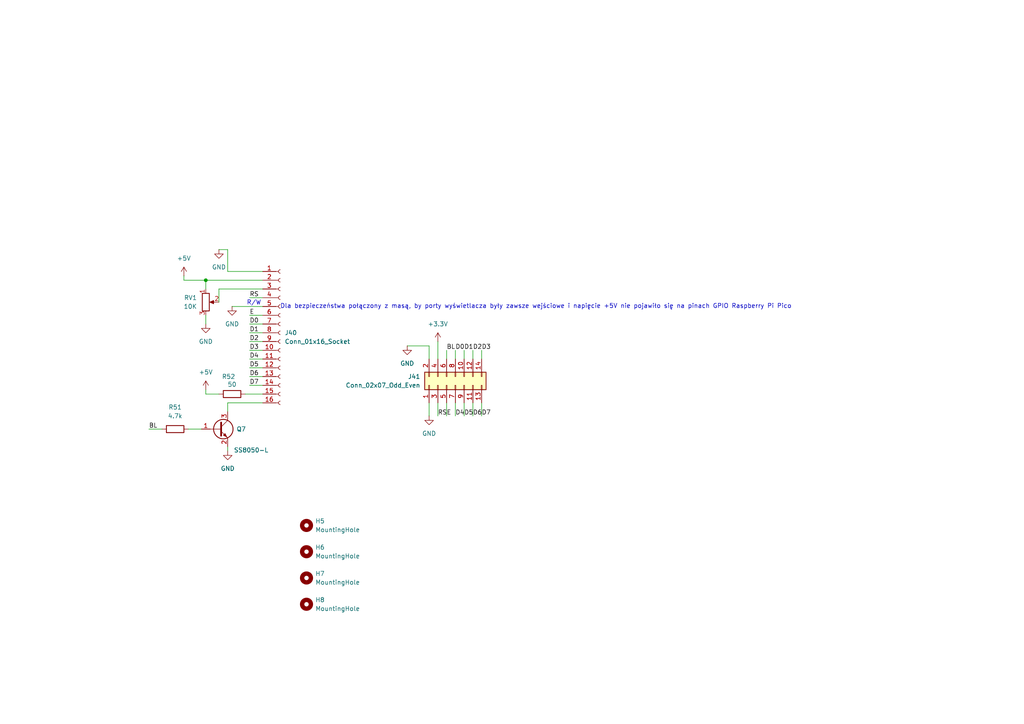
<source format=kicad_sch>
(kicad_sch (version 20250114) (generator "eeschema") (generator_version "9.0")
  (paper "A4")
  (lib_symbols
    (symbol "Connector:Conn_01x16_Socket" (pin_names (offset 1.016) (hide yes))
      (property "Reference" "J" (at 0 20.32 0))
      (property "Value" "Conn_01x16_Socket" (at 0 -22.86 0))
      (symbol "Conn_01x16_Socket_1_1"
        (polyline (pts (xy -1.27 17.78) (xy -0.508 17.78)) (stroke (width 0.1524)))
        (polyline (pts (xy -1.27 15.24) (xy -0.508 15.24)) (stroke (width 0.1524)))
        (polyline (pts (xy -1.27 12.7) (xy -0.508 12.7)) (stroke (width 0.1524)))
        (polyline (pts (xy -1.27 10.16) (xy -0.508 10.16)) (stroke (width 0.1524)))
        (polyline (pts (xy -1.27 7.62) (xy -0.508 7.62)) (stroke (width 0.1524)))
        (polyline (pts (xy -1.27 5.08) (xy -0.508 5.08)) (stroke (width 0.1524)))
        (polyline (pts (xy -1.27 2.54) (xy -0.508 2.54)) (stroke (width 0.1524)))
        (polyline (pts (xy -1.27 0) (xy -0.508 0)) (stroke (width 0.1524)))
        (polyline (pts (xy -1.27 -2.54) (xy -0.508 -2.54)) (stroke (width 0.1524)))
        (polyline (pts (xy -1.27 -5.08) (xy -0.508 -5.08)) (stroke (width 0.1524)))
        (polyline (pts (xy -1.27 -7.62) (xy -0.508 -7.62)) (stroke (width 0.1524)))
        (polyline (pts (xy -1.27 -10.16) (xy -0.508 -10.16)) (stroke (width 0.1524)))
        (polyline (pts (xy -1.27 -12.7) (xy -0.508 -12.7)) (stroke (width 0.1524)))
        (polyline (pts (xy -1.27 -15.24) (xy -0.508 -15.24)) (stroke (width 0.1524)))
        (polyline (pts (xy -1.27 -17.78) (xy -0.508 -17.78)) (stroke (width 0.1524)))
        (polyline (pts (xy -1.27 -20.32) (xy -0.508 -20.32)) (stroke (width 0.1524)))
        (arc (start 0 17.272) (mid -0.5058 17.78) (end 0 18.288) (stroke (width 0.1524)))
        (arc (start 0 14.732) (mid -0.5058 15.24) (end 0 15.748) (stroke (width 0.1524)))
        (arc (start 0 12.192) (mid -0.5058 12.7) (end 0 13.208) (stroke (width 0.1524)))
        (arc (start 0 9.652) (mid -0.5058 10.16) (end 0 10.668) (stroke (width 0.1524)))
        (arc (start 0 7.112) (mid -0.5058 7.62) (end 0 8.128) (stroke (width 0.1524)))
        (arc (start 0 4.572) (mid -0.5058 5.08) (end 0 5.588) (stroke (width 0.1524)))
        (arc (start 0 2.032) (mid -0.5058 2.54) (end 0 3.048) (stroke (width 0.1524)))
        (arc (start 0 -0.508) (mid -0.5058 0) (end 0 0.508) (stroke (width 0.1524)))
        (arc (start 0 -3.048) (mid -0.5058 -2.54) (end 0 -2.032) (stroke (width 0.1524)))
        (arc (start 0 -5.588) (mid -0.5058 -5.08) (end 0 -4.572) (stroke (width 0.1524)))
        (arc (start 0 -8.128) (mid -0.5058 -7.62) (end 0 -7.112) (stroke (width 0.1524)))
        (arc (start 0 -10.668) (mid -0.5058 -10.16) (end 0 -9.652) (stroke (width 0.1524)))
        (arc (start 0 -13.208) (mid -0.5058 -12.7) (end 0 -12.192) (stroke (width 0.1524)))
        (arc (start 0 -15.748) (mid -0.5058 -15.24) (end 0 -14.732) (stroke (width 0.1524)))
        (arc (start 0 -18.288) (mid -0.5058 -17.78) (end 0 -17.272) (stroke (width 0.1524)))
        (arc (start 0 -20.828) (mid -0.5058 -20.32) (end 0 -19.812) (stroke (width 0.1524)))
        (pin passive line (at -5.08 17.78 0) (length 3.81) (name "Pin_1") (number "1"))
        (pin passive line (at -5.08 15.24 0) (length 3.81) (name "Pin_2") (number "2"))
        (pin passive line (at -5.08 12.7 0) (length 3.81) (name "Pin_3") (number "3"))
        (pin passive line (at -5.08 10.16 0) (length 3.81) (name "Pin_4") (number "4"))
        (pin passive line (at -5.08 7.62 0) (length 3.81) (name "Pin_5") (number "5"))
        (pin passive line (at -5.08 5.08 0) (length 3.81) (name "Pin_6") (number "6"))
        (pin passive line (at -5.08 2.54 0) (length 3.81) (name "Pin_7") (number "7"))
        (pin passive line (at -5.08 0 0) (length 3.81) (name "Pin_8") (number "8"))
        (pin passive line (at -5.08 -2.54 0) (length 3.81) (name "Pin_9") (number "9"))
        (pin passive line (at -5.08 -5.08 0) (length 3.81) (name "Pin_10") (number "10"))
        (pin passive line (at -5.08 -7.62 0) (length 3.81) (name "Pin_11") (number "11"))
        (pin passive line (at -5.08 -10.16 0) (length 3.81) (name "Pin_12") (number "12"))
        (pin passive line (at -5.08 -12.7 0) (length 3.81) (name "Pin_13") (number "13"))
        (pin passive line (at -5.08 -15.24 0) (length 3.81) (name "Pin_14") (number "14"))
        (pin passive line (at -5.08 -17.78 0) (length 3.81) (name "Pin_15") (number "15"))
        (pin passive line (at -5.08 -20.32 0) (length 3.81) (name "Pin_16") (number "16"))
      )
    )
    (symbol "Connector_Generic:Conn_02x07_Odd_Even" (pin_names (offset 1.016) (hide yes))
      (property "Reference" "J" (at 1.27 10.16 0))
      (property "Value" "Conn_02x07_Odd_Even" (at 1.27 -10.16 0))
      (symbol "Conn_02x07_Odd_Even_1_1"
        (rectangle (start -1.27 8.89) (end 3.81 -8.89) (stroke (width 0.254)) (fill (type background)))
        (rectangle (start -1.27 7.747) (end 0 7.493) (stroke (width 0.1524)))
        (rectangle (start -1.27 5.207) (end 0 4.953) (stroke (width 0.1524)))
        (rectangle (start -1.27 2.667) (end 0 2.413) (stroke (width 0.1524)))
        (rectangle (start -1.27 0.127) (end 0 -0.127) (stroke (width 0.1524)))
        (rectangle (start -1.27 -2.413) (end 0 -2.667) (stroke (width 0.1524)))
        (rectangle (start -1.27 -4.953) (end 0 -5.207) (stroke (width 0.1524)))
        (rectangle (start -1.27 -7.493) (end 0 -7.747) (stroke (width 0.1524)))
        (rectangle (start 3.81 7.747) (end 2.54 7.493) (stroke (width 0.1524)))
        (rectangle (start 3.81 5.207) (end 2.54 4.953) (stroke (width 0.1524)))
        (rectangle (start 3.81 2.667) (end 2.54 2.413) (stroke (width 0.1524)))
        (rectangle (start 3.81 0.127) (end 2.54 -0.127) (stroke (width 0.1524)))
        (rectangle (start 3.81 -2.413) (end 2.54 -2.667) (stroke (width 0.1524)))
        (rectangle (start 3.81 -4.953) (end 2.54 -5.207) (stroke (width 0.1524)))
        (rectangle (start 3.81 -7.493) (end 2.54 -7.747) (stroke (width 0.1524)))
        (pin passive line (at -5.08 7.62 0) (length 3.81) (name "Pin_1") (number "1"))
        (pin passive line (at -5.08 5.08 0) (length 3.81) (name "Pin_3") (number "3"))
        (pin passive line (at -5.08 2.54 0) (length 3.81) (name "Pin_5") (number "5"))
        (pin passive line (at -5.08 0 0) (length 3.81) (name "Pin_7") (number "7"))
        (pin passive line (at -5.08 -2.54 0) (length 3.81) (name "Pin_9") (number "9"))
        (pin passive line (at -5.08 -5.08 0) (length 3.81) (name "Pin_11") (number "11"))
        (pin passive line (at -5.08 -7.62 0) (length 3.81) (name "Pin_13") (number "13"))
        (pin passive line (at 7.62 7.62 180) (length 3.81) (name "Pin_2") (number "2"))
        (pin passive line (at 7.62 5.08 180) (length 3.81) (name "Pin_4") (number "4"))
        (pin passive line (at 7.62 2.54 180) (length 3.81) (name "Pin_6") (number "6"))
        (pin passive line (at 7.62 0 180) (length 3.81) (name "Pin_8") (number "8"))
        (pin passive line (at 7.62 -2.54 180) (length 3.81) (name "Pin_10") (number "10"))
        (pin passive line (at 7.62 -5.08 180) (length 3.81) (name "Pin_12") (number "12"))
        (pin passive line (at 7.62 -7.62 180) (length 3.81) (name "Pin_14") (number "14"))
      )
    )
    (symbol "Device:R" (pin_numbers (hide yes)) (pin_names (offset 0))
      (property "Reference" "R" (at 2.032 0 90))
      (property "Value" "R" (at 0 0 90))
      (symbol "R_0_1"
        (rectangle (start -1.016 -2.54) (end 1.016 2.54) (stroke (width 0.254)))
      )
      (symbol "R_1_1"
        (pin passive line (at 0 3.81 270) (length 1.27) (name "~") (number "1"))
        (pin passive line (at 0 -3.81 90) (length 1.27) (name "~") (number "2"))
      )
    )
    (symbol "Device:R_Potentiometer" (pin_names (offset 1.016) (hide yes))
      (property "Reference" "RV" (at -4.445 0 90))
      (property "Value" "R_Potentiometer" (at -2.54 0 90))
      (symbol "R_Potentiometer_0_1"
        (rectangle (start 1.016 2.54) (end -1.016 -2.54) (stroke (width 0.254)))
        (polyline (pts (xy 1.143 0) (xy 2.286 0.508) (xy 2.286 -0.508) (xy 1.143 0)) (fill (type outline)))
        (polyline (pts (xy 2.54 0) (xy 1.524 0)))
      )
      (symbol "R_Potentiometer_1_1"
        (pin passive line (at 0 3.81 270) (length 1.27) (name "1") (number "1"))
        (pin passive line (at 0 -3.81 90) (length 1.27) (name "3") (number "3"))
        (pin passive line (at 3.81 0 180) (length 1.27) (name "2") (number "2"))
      )
    )
    (symbol "Mechanical:MountingHole" (pin_names (offset 1.016)) (in_bom no)
      (property "Reference" "H" (at 0 5.08 0))
      (property "Value" "MountingHole" (at 0 3.175 0))
      (symbol "MountingHole_0_1"
        (circle (center 0 0) (radius 1.27) (stroke (width 1.27)))
      )
    )
    (symbol "Transistor_BJT:SS8050" (pin_names (offset 0) (hide yes))
      (property "Reference" "Q" (at 5.08 1.905 0))
      (property "Value" "SS8050" (at 5.08 0 0))
      (symbol "SS8050_0_1"
        (polyline (pts (xy -2.54 0) (xy 0.635 0)))
        (polyline (pts (xy 0.635 1.905) (xy 0.635 -1.905)) (stroke (width 0.508)))
        (circle (center 1.27 0) (radius 2.8194) (stroke (width 0.254)))
      )
      (symbol "SS8050_1_1"
        (polyline (pts (xy 0.635 0.635) (xy 2.54 2.54)))
        (polyline (pts (xy 0.635 -0.635) (xy 2.54 -2.54)))
        (polyline (pts (xy 1.27 -1.778) (xy 1.778 -1.27) (xy 2.286 -2.286) (xy 1.27 -1.778)) (fill (type outline)))
        (pin input line (at -5.08 0 0) (length 2.54) (name "B") (number "1"))
        (pin passive line (at 2.54 5.08 270) (length 2.54) (name "C") (number "3"))
        (pin passive line (at 2.54 -5.08 90) (length 2.54) (name "E") (number "2"))
      )
    )
    (symbol "power:+3.3V" (power) (pin_numbers (hide yes)) (pin_names (offset 0) (hide yes))
      (property "Value" "+3.3V" (at 0 3.556 0))
      (symbol "+3.3V_0_1"
        (polyline (pts (xy -0.762 1.27) (xy 0 2.54)))
        (polyline (pts (xy 0 2.54) (xy 0.762 1.27)))
        (polyline (pts (xy 0 0) (xy 0 2.54)))
      )
      (symbol "+3.3V_1_1"
        (pin power_in line (at 0 0 90) (length 0) (name "~") (number "1"))
      )
    )
    (symbol "power:+5V" (power) (pin_numbers (hide yes)) (pin_names (offset 0) (hide yes))
      (property "Value" "+5V" (at 0 3.556 0))
      (symbol "+5V_0_1"
        (polyline (pts (xy -0.762 1.27) (xy 0 2.54)))
        (polyline (pts (xy 0 2.54) (xy 0.762 1.27)))
        (polyline (pts (xy 0 0) (xy 0 2.54)))
      )
      (symbol "+5V_1_1"
        (pin power_in line (at 0 0 90) (length 0) (name "~") (number "1"))
      )
    )
    (symbol "power:GND" (power) (pin_numbers (hide yes)) (pin_names (offset 0) (hide yes))
      (property "Value" "GND" (at 0 -3.81 0))
      (symbol "GND_0_1"
        (polyline (pts (xy 0 0) (xy 0 -1.27) (xy 1.27 -1.27) (xy 0 -2.54) (xy -1.27 -1.27) (xy 0 -1.27)))
      )
      (symbol "GND_1_1"
        (pin power_in line (at 0 0 270) (length 0) (name "~") (number "1"))
      )
    )
  )
  (text "Dla bezpieczeństwa połączony z masą, by porty wyświetlacza były zawsze wejściowe i napięcie +5V nie pojawiło się na pinach GPIO Raspberry Pi Pico" (at 155.448 88.9 0) (effects (font (size 1.27 1.27))))
  (text "R/W" (at 73.66 87.884 0) (effects (font (size 1.27 1.27))))
  (junction (at 59.69 81.28))
  (wire (pts (xy 66.04 78.74) (xy 76.2 78.74)))
  (wire (pts (xy 132.08 116.84) (xy 132.08 120.65)))
  (wire (pts (xy 72.39 96.52) (xy 76.2 96.52)))
  (wire (pts (xy 59.69 81.28) (xy 53.34 81.28)))
  (wire (pts (xy 134.62 116.84) (xy 134.62 120.65)))
  (wire (pts (xy 67.31 88.9) (xy 76.2 88.9)))
  (wire (pts (xy 72.39 91.44) (xy 76.2 91.44)))
  (wire (pts (xy 43.18 124.46) (xy 46.99 124.46)))
  (wire (pts (xy 134.62 101.6) (xy 134.62 104.14)))
  (wire (pts (xy 137.16 116.84) (xy 137.16 120.65)))
  (wire (pts (xy 71.12 114.3) (xy 76.2 114.3)))
  (wire (pts (xy 63.5 72.39) (xy 66.04 72.39)))
  (wire (pts (xy 127 99.06) (xy 127 104.14)))
  (wire (pts (xy 76.2 109.22) (xy 72.39 109.22)))
  (wire (pts (xy 59.69 81.28) (xy 76.2 81.28)))
  (wire (pts (xy 63.5 83.82) (xy 76.2 83.82)))
  (wire (pts (xy 139.7 116.84) (xy 139.7 120.65)))
  (wire (pts (xy 129.54 101.6) (xy 129.54 104.14)))
  (wire (pts (xy 127 116.84) (xy 127 120.65)))
  (wire (pts (xy 72.39 86.36) (xy 76.2 86.36)))
  (wire (pts (xy 72.39 93.98) (xy 76.2 93.98)))
  (wire (pts (xy 72.39 104.14) (xy 76.2 104.14)))
  (wire (pts (xy 54.61 124.46) (xy 58.42 124.46)))
  (wire (pts (xy 124.46 116.84) (xy 124.46 120.65)))
  (wire (pts (xy 66.04 129.54) (xy 66.04 130.81)))
  (wire (pts (xy 66.04 72.39) (xy 66.04 78.74)))
  (wire (pts (xy 137.16 101.6) (xy 137.16 104.14)))
  (wire (pts (xy 66.04 116.84) (xy 66.04 119.38)))
  (wire (pts (xy 118.11 100.33) (xy 124.46 100.33)))
  (wire (pts (xy 59.69 91.44) (xy 59.69 93.98)))
  (wire (pts (xy 59.69 114.3) (xy 59.69 113.03)))
  (wire (pts (xy 129.54 116.84) (xy 129.54 120.65)))
  (wire (pts (xy 72.39 106.68) (xy 76.2 106.68)))
  (wire (pts (xy 72.39 101.6) (xy 76.2 101.6)))
  (wire (pts (xy 63.5 83.82) (xy 63.5 87.63)))
  (wire (pts (xy 53.34 81.28) (xy 53.34 80.01)))
  (wire (pts (xy 72.39 99.06) (xy 76.2 99.06)))
  (wire (pts (xy 124.46 100.33) (xy 124.46 104.14)))
  (wire (pts (xy 59.69 81.28) (xy 59.69 83.82)))
  (wire (pts (xy 63.5 114.3) (xy 59.69 114.3)))
  (wire (pts (xy 132.08 101.6) (xy 132.08 104.14)))
  (wire (pts (xy 139.7 101.6) (xy 139.7 104.14)))
  (wire (pts (xy 76.2 111.76) (xy 72.39 111.76)))
  (wire (pts (xy 66.04 116.84) (xy 76.2 116.84)))
  (label "BL" (at 43.18 124.46 0))
  (label "D2" (at 72.39 99.06 0))
  (label "D5" (at 134.62 120.65 0))
  (label "D7" (at 139.7 120.65 0))
  (label "D3" (at 72.39 101.6 0))
  (label "D7" (at 72.39 111.76 0))
  (label "D3" (at 139.7 101.6 0))
  (label "D2" (at 137.16 101.6 0))
  (label "D0" (at 72.39 93.98 0))
  (label "D1" (at 72.39 96.52 0))
  (label "RS" (at 127 120.65 0))
  (label "D6" (at 72.39 109.22 0))
  (label "E" (at 129.54 120.65 0))
  (label "RS" (at 72.39 86.36 0))
  (label "D4" (at 132.08 120.65 0))
  (label "D0" (at 132.08 101.6 0))
  (label "BL" (at 129.54 101.6 0))
  (label "E" (at 72.39 91.44 0))
  (label "D4" (at 72.39 104.14 0))
  (label "D5" (at 72.39 106.68 0))
  (label "D1" (at 134.62 101.6 0))
  (label "D6" (at 137.16 120.65 0))
  (symbol (lib_id "Connector:Conn_01x16_Socket") (at 81.28 96.52 0) (unit 1)
    (property "Reference" "J40" (at 82.55 96.5199 0) (effects (justify left)))
    (property "Value" "Conn_01x16_Socket" (at 82.55 99.0599 0) (effects (justify left)))
    (property "Footprint" "Connector_PinSocket_2.54mm:PinSocket_1x16_P2.54mm_Vertical" (effects (hide yes)))
    (property "Description" "Generic connector, single row, 01x16, script generated" (effects (hide yes)))
  )
  (symbol (lib_id "Device:R") (at 50.8 124.46 90) (unit 1)
    (property "Reference" "R51" (at 50.8 118.11 90))
    (property "Value" "4.7k" (at 50.8 120.65 90))
    (property "Footprint" "Resistor_SMD:R_0603_1608Metric_Pad0.98x0.95mm_HandSolder" (effects (hide yes)))
    (property "Description" "Resistor" (effects (hide yes)))
  )
  (symbol (lib_id "power:+5V") (at 59.69 113.03 0) (unit 1)
    (property "Reference" "#PWR078" (effects (hide yes)))
    (property "Value" "+5V" (at 59.69 107.95 0))
    (property "Description" "Power symbol creates a global label with name \"+5V\"" (effects (hide yes)))
  )
  (symbol (lib_id "power:GND") (at 118.11 100.33 0) (unit 1)
    (property "Reference" "#PWR082" (effects (hide yes)))
    (property "Value" "GND" (at 118.11 105.41 0))
    (property "Description" "Power symbol creates a global label with name \"GND\" , ground" (effects (hide yes)))
  )
  (symbol (lib_id "Mechanical:MountingHole") (at 88.9 175.26 0) (unit 1) (in_bom no)
    (property "Reference" "H8" (at 91.44 173.9899 0) (effects (justify left)))
    (property "Value" "MountingHole" (at 91.44 176.5299 0) (effects (justify left)))
    (property "Footprint" "MountingHole:MountingHole_2.7mm_M2.5" (effects (hide yes)))
    (property "Description" "Mounting Hole without connection" (effects (hide yes)))
  )
  (symbol (lib_id "power:GND") (at 124.46 120.65 0) (unit 1)
    (property "Reference" "#PWR03" (effects (hide yes)))
    (property "Value" "GND" (at 124.46 125.73 0))
    (property "Description" "Power symbol creates a global label with name \"GND\" , ground" (effects (hide yes)))
  )
  (symbol (lib_id "Mechanical:MountingHole") (at 88.9 167.64 0) (unit 1) (in_bom no)
    (property "Reference" "H7" (at 91.44 166.3699 0) (effects (justify left)))
    (property "Value" "MountingHole" (at 91.44 168.9099 0) (effects (justify left)))
    (property "Footprint" "MountingHole:MountingHole_2.7mm_M2.5" (effects (hide yes)))
    (property "Description" "Mounting Hole without connection" (effects (hide yes)))
  )
  (symbol (lib_id "Mechanical:MountingHole") (at 88.9 152.4 0) (unit 1) (in_bom no)
    (property "Reference" "H5" (at 91.44 151.1299 0) (effects (justify left)))
    (property "Value" "MountingHole" (at 91.44 153.6699 0) (effects (justify left)))
    (property "Footprint" "MountingHole:MountingHole_2.7mm_M2.5" (effects (hide yes)))
    (property "Description" "Mounting Hole without connection" (effects (hide yes)))
  )
  (symbol (lib_id "power:GND") (at 67.31 88.9 0) (unit 1)
    (property "Reference" "#PWR081" (effects (hide yes)))
    (property "Value" "GND" (at 67.31 93.98 0))
    (property "Description" "Power symbol creates a global label with name \"GND\" , ground" (effects (hide yes)))
  )
  (symbol (lib_id "Connector_Generic:Conn_02x07_Odd_Even") (at 132.08 111.76 90) (unit 1)
    (property "Reference" "J41" (at 121.92 109.2199 90) (effects (justify left)))
    (property "Value" "Conn_02x07_Odd_Even" (at 121.92 111.7599 90) (effects (justify left)))
    (property "Footprint" "Connector_PinHeader_2.54mm:PinHeader_2x07_P2.54mm_Vertical" (effects (hide yes)))
    (property "Description" "Generic connector, double row, 02x07, odd/even pin numbering scheme (row 1 odd numbers, row 2 even numbers), script generated (kicad-library-utils/schlib/autogen/connector/)" (effects (hide yes)))
  )
  (symbol (lib_id "power:GND") (at 63.5 72.39 0) (unit 1)
    (property "Reference" "#PWR079" (effects (hide yes)))
    (property "Value" "GND" (at 63.5 77.47 0))
    (property "Description" "Power symbol creates a global label with name \"GND\" , ground" (effects (hide yes)))
  )
  (symbol (lib_id "Transistor_BJT:SS8050") (at 63.5 124.46 0) (unit 1)
    (property "Reference" "Q7" (at 68.58 124.4599 0) (effects (justify left)))
    (property "Value" "SS8050-L" (at 67.818 130.556 0) (effects (justify left)))
    (property "Footprint" "Package_TO_SOT_SMD:SOT-23_Handsoldering" (effects (hide yes)))
    (property "Datasheet" "http://www.secosgmbh.com/datasheet/products/SSMPTransistor/SOT-23/SS8050.pdf" (effects (hide yes)))
    (property "Description" "General Purpose NPN Transistor, 1.5A Ic, 25V Vce, SOT-23" (effects (hide yes)))
    (property "Sim.Device" "NPN" (effects (hide yes)))
    (property "Sim.Type" "GUMMELPOON" (effects (hide yes)))
    (property "Sim.Pins" "1=C 2=B 3=E" (effects (hide yes)))
  )
  (symbol (lib_id "power:GND") (at 66.04 130.81 0) (unit 1)
    (property "Reference" "#PWR080" (effects (hide yes)))
    (property "Value" "GND" (at 66.04 135.89 0))
    (property "Description" "Power symbol creates a global label with name \"GND\" , ground" (effects (hide yes)))
  )
  (symbol (lib_id "power:GND") (at 59.69 93.98 0) (unit 1)
    (property "Reference" "#PWR077" (effects (hide yes)))
    (property "Value" "GND" (at 59.69 99.06 0))
    (property "Description" "Power symbol creates a global label with name \"GND\" , ground" (effects (hide yes)))
  )
  (symbol (lib_id "power:+5V") (at 53.34 80.01 0) (unit 1)
    (property "Reference" "#PWR076" (effects (hide yes)))
    (property "Value" "+5V" (at 53.34 74.93 0))
    (property "Description" "Power symbol creates a global label with name \"+5V\"" (effects (hide yes)))
  )
  (symbol (lib_id "Device:R") (at 67.31 114.3 90) (unit 1)
    (property "Reference" "R52" (at 66.294 109.22 90))
    (property "Value" "50" (at 67.31 111.506 90))
    (property "Footprint" "Resistor_SMD:R_0603_1608Metric_Pad0.98x0.95mm_HandSolder" (effects (hide yes)))
    (property "Description" "Resistor" (effects (hide yes)))
  )
  (symbol (lib_id "Device:R_Potentiometer") (at 59.69 87.63 0) (unit 1)
    (property "Reference" "RV1" (at 57.15 86.3599 0) (effects (justify right)))
    (property "Value" "10K" (at 57.15 88.8999 0) (effects (justify right)))
    (property "Footprint" "footprints:PT6KV251A2020" (effects (hide yes)))
    (property "Description" "Potentiometer" (effects (hide yes)))
  )
  (symbol (lib_id "power:+3.3V") (at 127 99.06 0) (unit 1)
    (property "Reference" "#PWR083" (effects (hide yes)))
    (property "Value" "+3.3V" (at 127 93.98 0))
    (property "Description" "Power symbol creates a global label with name \"+3.3V\"" (effects (hide yes)))
  )
  (symbol (lib_id "Mechanical:MountingHole") (at 88.9 160.02 0) (unit 1) (in_bom no)
    (property "Reference" "H6" (at 91.44 158.7499 0) (effects (justify left)))
    (property "Value" "MountingHole" (at 91.44 161.2899 0) (effects (justify left)))
    (property "Footprint" "MountingHole:MountingHole_2.7mm_M2.5" (effects (hide yes)))
    (property "Description" "Mounting Hole without connection" (effects (hide yes)))
  )
)
</source>
